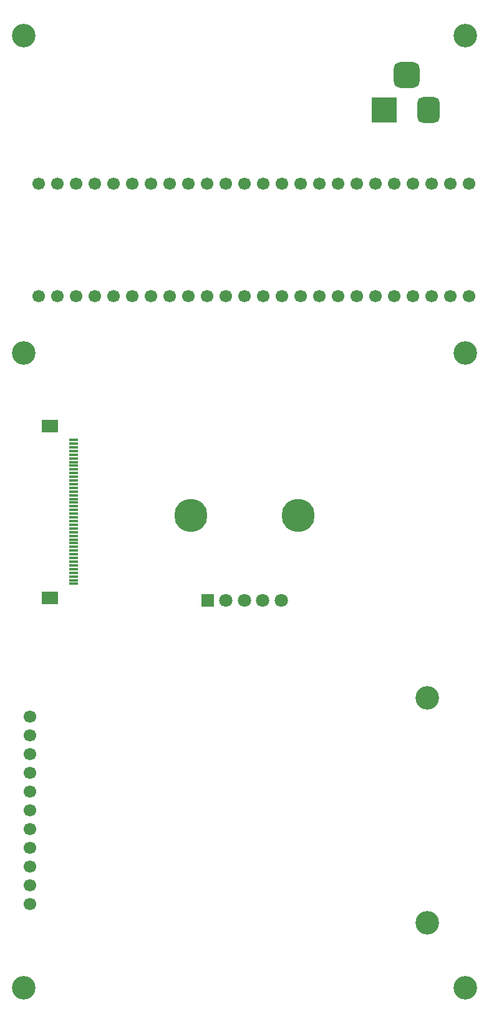
<source format=gbr>
%TF.GenerationSoftware,KiCad,Pcbnew,7.0.7*%
%TF.CreationDate,2024-03-28T21:44:10-04:00*%
%TF.ProjectId,midi-controller_control-board_teensy,6d696469-2d63-46f6-9e74-726f6c6c6572,rev?*%
%TF.SameCoordinates,Original*%
%TF.FileFunction,Soldermask,Bot*%
%TF.FilePolarity,Negative*%
%FSLAX46Y46*%
G04 Gerber Fmt 4.6, Leading zero omitted, Abs format (unit mm)*
G04 Created by KiCad (PCBNEW 7.0.7) date 2024-03-28 21:44:10*
%MOMM*%
%LPD*%
G01*
G04 APERTURE LIST*
G04 Aperture macros list*
%AMRoundRect*
0 Rectangle with rounded corners*
0 $1 Rounding radius*
0 $2 $3 $4 $5 $6 $7 $8 $9 X,Y pos of 4 corners*
0 Add a 4 corners polygon primitive as box body*
4,1,4,$2,$3,$4,$5,$6,$7,$8,$9,$2,$3,0*
0 Add four circle primitives for the rounded corners*
1,1,$1+$1,$2,$3*
1,1,$1+$1,$4,$5*
1,1,$1+$1,$6,$7*
1,1,$1+$1,$8,$9*
0 Add four rect primitives between the rounded corners*
20,1,$1+$1,$2,$3,$4,$5,0*
20,1,$1+$1,$4,$5,$6,$7,0*
20,1,$1+$1,$6,$7,$8,$9,0*
20,1,$1+$1,$8,$9,$2,$3,0*%
G04 Aperture macros list end*
%ADD10C,1.700000*%
%ADD11C,3.200000*%
%ADD12R,3.500000X3.500000*%
%ADD13RoundRect,0.750000X0.750000X1.000000X-0.750000X1.000000X-0.750000X-1.000000X0.750000X-1.000000X0*%
%ADD14RoundRect,0.875000X0.875000X0.875000X-0.875000X0.875000X-0.875000X-0.875000X0.875000X-0.875000X0*%
%ADD15R,1.800000X1.800000*%
%ADD16C,1.800000*%
%ADD17C,4.500000*%
%ADD18R,1.300000X0.300000*%
%ADD19R,2.200000X1.800000*%
G04 APERTURE END LIST*
D10*
%TO.C,A1*%
X110500000Y-63000000D03*
X107960000Y-63000000D03*
X105420000Y-63000000D03*
X102880000Y-63000000D03*
X100340000Y-63000000D03*
X97800000Y-63000000D03*
X95260000Y-63000000D03*
X92720000Y-63000000D03*
X90180000Y-63000000D03*
X87640000Y-63000000D03*
X85100000Y-63000000D03*
X82560000Y-63000000D03*
X80020000Y-63000000D03*
X77480000Y-63000000D03*
X74940000Y-63000000D03*
X72400000Y-63000000D03*
X69860000Y-63000000D03*
X67320000Y-63000000D03*
X64780000Y-63000000D03*
X62240000Y-63000000D03*
X59700000Y-63000000D03*
X57160000Y-63000000D03*
X54620000Y-63000000D03*
X52080000Y-63000000D03*
X52080000Y-78240000D03*
X54620000Y-78240000D03*
X57160000Y-78240000D03*
X59700000Y-78240000D03*
X62240000Y-78240000D03*
X64780000Y-78240000D03*
X67320000Y-78240000D03*
X69860000Y-78240000D03*
X72400000Y-78240000D03*
X74940000Y-78240000D03*
X77480000Y-78240000D03*
X80020000Y-78240000D03*
X82560000Y-78240000D03*
X85100000Y-78240000D03*
X87640000Y-78240000D03*
X90180000Y-78240000D03*
X92720000Y-78240000D03*
X95260000Y-78240000D03*
X97800000Y-78240000D03*
X100340000Y-78240000D03*
X102880000Y-78240000D03*
X105420000Y-78240000D03*
X107960000Y-78240000D03*
X110500000Y-78240000D03*
%TD*%
D11*
%TO.C,H1*%
X50000000Y-43000000D03*
%TD*%
%TO.C,H6*%
X110000000Y-172000001D03*
%TD*%
D10*
%TO.C,DS1*%
X50846400Y-135288600D03*
X50846400Y-137828600D03*
X50846400Y-140368600D03*
X50846400Y-142908600D03*
X50846400Y-145448600D03*
X50846400Y-147988600D03*
X50846400Y-150528600D03*
X50846400Y-153068600D03*
X50846400Y-155608600D03*
X50846400Y-158148600D03*
X50846400Y-160688600D03*
D11*
X104821400Y-132748601D03*
X104821400Y-163228600D03*
%TD*%
%TO.C,H3*%
X50000000Y-86000000D03*
%TD*%
D12*
%TO.C,J2*%
X99000000Y-53000000D03*
D13*
X105000000Y-53000000D03*
D14*
X102000000Y-48300000D03*
%TD*%
D11*
%TO.C,H4*%
X110000000Y-86000000D03*
%TD*%
D15*
%TO.C,SW1*%
X75000000Y-119500000D03*
D16*
X77500000Y-119500000D03*
X80000000Y-119500000D03*
X82500000Y-119500000D03*
X85000000Y-119500000D03*
D17*
X72700000Y-108000000D03*
X87300000Y-108000000D03*
%TD*%
D11*
%TO.C,H5*%
X50000000Y-172000001D03*
%TD*%
%TO.C,H2*%
X110000000Y-43000000D03*
%TD*%
D18*
%TO.C,J1*%
X56850000Y-117250000D03*
X56850000Y-116750000D03*
X56850000Y-116250000D03*
X56850000Y-115750000D03*
X56850000Y-115250000D03*
X56850000Y-114750000D03*
X56850000Y-114250000D03*
X56850000Y-113750000D03*
X56850000Y-113250000D03*
X56850000Y-112750000D03*
X56850000Y-112250000D03*
X56850000Y-111750000D03*
X56850000Y-111250000D03*
X56850000Y-110750000D03*
X56850000Y-110250000D03*
X56850000Y-109750000D03*
X56850000Y-109250000D03*
X56850000Y-108750000D03*
X56850000Y-108250000D03*
X56850000Y-107750000D03*
X56850000Y-107250000D03*
X56850000Y-106750000D03*
X56850000Y-106250000D03*
X56850000Y-105750000D03*
X56850000Y-105250000D03*
X56850000Y-104750000D03*
X56850000Y-104250000D03*
X56850000Y-103750000D03*
X56850000Y-103250000D03*
X56850000Y-102750000D03*
X56850000Y-102250000D03*
X56850000Y-101750000D03*
X56850000Y-101250000D03*
X56850000Y-100750000D03*
X56850000Y-100250000D03*
X56850000Y-99750000D03*
X56850000Y-99250000D03*
X56850000Y-98750000D03*
X56850000Y-98250000D03*
X56850000Y-97750000D03*
D19*
X53600000Y-119150000D03*
X53600000Y-95850000D03*
%TD*%
M02*

</source>
